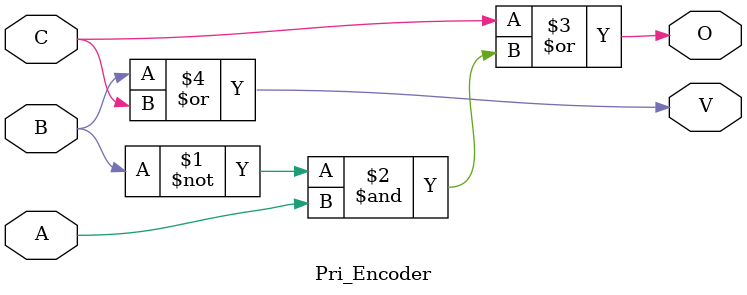
<source format=v>
`timescale 1ns / 1ps
module Dependency_Check_Block(
    input [31:0] ins,
    input clk,
    input reset,
    output reg [15:0] imm,
    output reg [5:0] op_dec,
    output [4:0] RW_dm,
    output [1:0] mux_sel_A,
    output [1:0] mux_sel_B,
    output imm_sel,
    output  mem_en_ex,
    output mem_rw_ex,
    output mem_mux_sel_dm
    );
	 
	 //ins, JMP, Cond_J, LD_fb mate no code
	 wire LD_fb_dff;
	 wire [14:0]ins_w2;
	 wire [5:0]op;
	 wire JMP, Cond_J, LD_fb, Imm, LD, ST;
	 
	 
	 assign op = ins[31:26];
	 assign ins_w2 = ins[25:11]; 
	 
	 Dff d1(LD_fb, clk, LD_fb_dff, reset);
	 
	 
	 assign JMP = (~op[0] & ~op[1] & ~op[2] & op[3] & op[4] & ~op[5]);
	 assign Cond_J = (op[2] & op[3] & op[4] & ~op[5]);	
	 assign LD_fb = (~LD_fb_dff & ~op[0] & ~op[1] & op[2] & ~op[3] & op[4] & ~op[5]); 
	 assign Imm = (op[3] & ~op[4] & ~op[5]);
	 assign LD = (~op[0] & ~op[1] & op[2] & ~op[3] & op[4] & ~op[5]);
	 assign ST = (op[0] & ~op[1] & op[2] & ~op[3] & op[4] & ~op[5]);
	 
	 
	 wire JnC;
	 assign JnC = ~(JMP | Cond_J | LD_fb_dff);
	 
	 wire [14:0]JnC_ext;
	 assign JnC_ext = (JnC==1'b1) ? 15'b111111111111111 : 15'b0;
	 
	 
	 wire [14:0]ins_AND;
	 assign ins_AND = (ins_w2 & JnC_ext);
	 
	 wire [4:0]ins_AND_1;
	 wire [4:0]ins_AND_2;
	 wire [4:0]ins_AND_3;
	 reg [4:0]ins1;
	 reg [4:0]ins2;
	 reg [4:0]ins3;
	 reg [4:0]ins21;
	 reg [4:0]ins22;
	 reg [4:0]ins23;
	 
	 assign ins_AND_1 = ins_AND[4:0];	
	 assign ins_AND_2 = ins_AND[9:5];
	 assign ins_AND_3 = ins_AND[14:10];
	 
	 assign RW_dm = ins22;
	 
	 always@(posedge clk)
begin
	if(reset==1'b1)
	begin
		imm<= ins[15:0];
		op_dec <= ins[31:26];
	
		ins1 <= ins_AND_2;
		ins2 <= ins_AND_3;
		ins3 <= ins_AND_1;
		ins21 <= ins2;
		ins22 <= ins21;
		ins23 <= ins22;
		
		
	end
	else
	begin
	
		imm = 15'b0;
		op_dec = 6'b0;
		//RW_dm = 5'b0;
		
		ins1 = 5'b0;
		ins2 = 5'b0;
		ins3 = 5'b0;
		ins21 = 5'b0;
		ins22 = 5'b0;
		ins23 = 5'b0;
	
	end
end

	 wire comp1, comp2, comp3, comp4, comp5, comp6;
	 assign comp1 = (ins21==ins1) ? 1'b1 : 1'b0;
	 assign comp2 = (ins22==ins1) ? 1'b1 : 1'b0;
	 assign comp3 = (ins23==ins1) ? 1'b1 : 1'b0;
	 assign comp4 = (ins21==ins3) ? 1'b1 : 1'b0;
	 assign comp5 = (ins22==ins3) ? 1'b1 : 1'b0;
	 assign comp6 = (ins23==ins3) ? 1'b1 : 1'b0;
	 
	 wire C_and1, C_and2, C_and3, C_and4;
	 assign C_and1 = (~comp1 & comp2);
	 assign C_and2 = (~comp1 & ~comp2 & comp3);
	 assign C_and3 = (~comp4 & comp5);
	 assign C_and4 = (~comp4 & ~comp5 & comp6);
	 
	 Pri_Encoder P1(comp1, C_and1, C_and2, mux_sel_A[0], mux_sel_A[1]);
	 Pri_Encoder P2(comp4, C_and3, C_and4, mux_sel_B[0], mux_sel_B[1]);
	  
	 
	 //LD mate karu chu, ST mate pan karu chu
	 wire LD_bh, dff2_out, dff3_out, dff4_out;
	 
	 Dff d2(op[0], clk, dff2_out, reset);
	 Dff d3(LD_bh, clk, dff3_out, reset);
	 Dff d4(ST, clk, dff4_out, reset);
	 
	 assign LD_bh = (LD & ~dff3_out);
	 
	 wire or1, LS_and1, dff6_out;
	 assign or1 = (dff3_out | dff4_out);
	 assign LS_and1 = (~dff2_out & or1);
	 
	 Dff d5(dff2_out, clk, mem_rw_ex, reset);
	 Dff d6(LS_and1, clk, dff6_out, reset);
	 Dff d7(or1, clk,  mem_en_ex, reset);
	 
	 Dff d8(dff6_out, clk, mem_mux_sel_dm, reset);
	 
	 //Imm mate no code
	 Dff d9(Imm, clk, imm_sel, reset);


endmodule

module Dff(
	input D ,
	input clk,
	output reg Q ,
	input reset
	);

	always@(posedge clk)
	begin
	if(reset)
	begin
	Q <= D ;
	end
	else
	begin
	Q <= 0;
	end
	end
	
endmodule

module Pri_Encoder(input A,
input B,
input C, output O,
output V);

assign O = (C | (~B & A) );
assign V = (B | C);

endmodule

</source>
